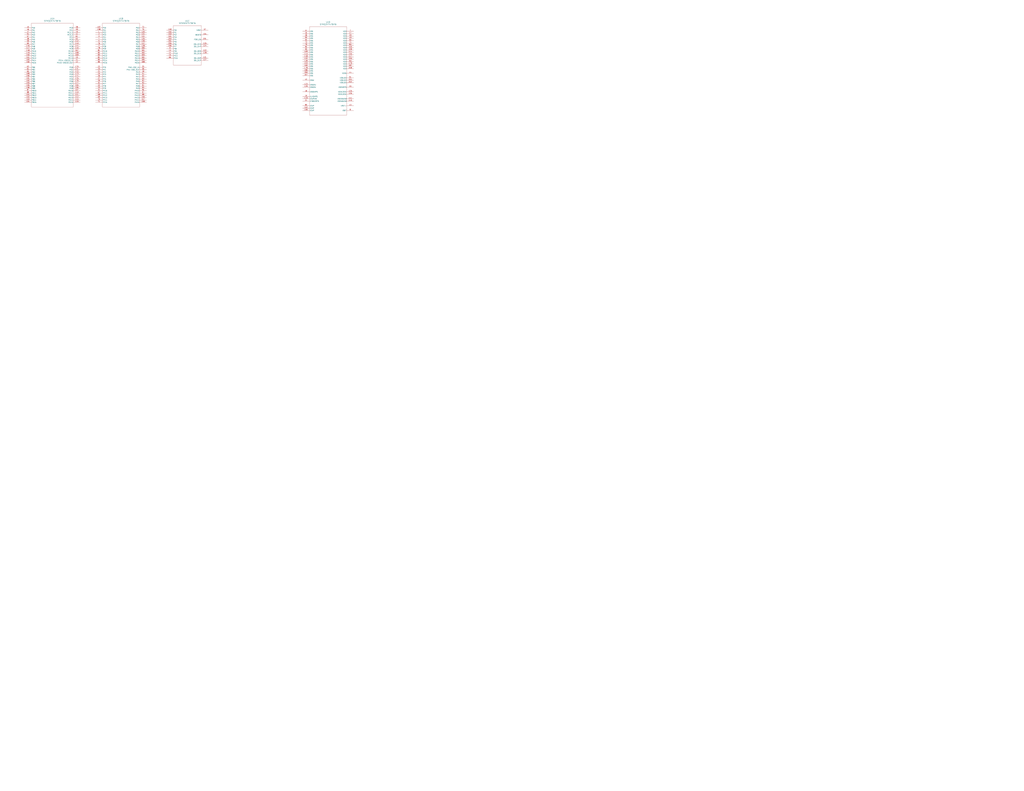
<source format=kicad_sch>
(kicad_sch (version 20250114) (generator "eeschema") (generator_version "9.0")
  (paper "E")
  (lib_symbols
    (symbol "STM32H747BIT6-LQFP208:STM32H747BIT6" (pin_names (offset 0.254))
      (property "Reference" "U" (at 30.48 10.16 0))
      (property "Value" "STM32H747BIT6" (at 30.48 7.62 0))
      (symbol "STM32H747BIT6_1_1"
        (polyline (pts (xy 7.62 5.08) (xy 7.62 -86.36)) (stroke (width 0.127)))
        (polyline (pts (xy 7.62 -86.36) (xy 53.34 -86.36)) (stroke (width 0.127)))
        (polyline (pts (xy 53.34 5.08) (xy 7.62 5.08)) (stroke (width 0.127)))
        (polyline (pts (xy 53.34 -86.36) (xy 53.34 5.08)) (stroke (width 0.127)))
        (pin bidirectional line (at 0 0 0) (length 7.62) (name "PA0") (number "45"))
        (pin bidirectional line (at 0 -2.54 0) (length 7.62) (name "PA1") (number "46"))
        (pin bidirectional line (at 0 -5.08 0) (length 7.62) (name "PA2") (number "47"))
        (pin bidirectional line (at 0 -7.62 0) (length 7.62) (name "PA3") (number "54"))
        (pin bidirectional line (at 0 -10.16 0) (length 7.62) (name "PA4") (number "57"))
        (pin bidirectional line (at 0 -12.7 0) (length 7.62) (name "PA5") (number "58"))
        (pin bidirectional line (at 0 -15.24 0) (length 7.62) (name "PA6") (number "59"))
        (pin bidirectional line (at 0 -17.78 0) (length 7.62) (name "PA7") (number "60"))
        (pin bidirectional line (at 0 -20.32 0) (length 7.62) (name "PA8") (number "146"))
        (pin bidirectional line (at 0 -22.86 0) (length 7.62) (name "PA9") (number "147"))
        (pin bidirectional line (at 0 -25.4 0) (length 7.62) (name "PA10") (number "148"))
        (pin bidirectional line (at 0 -27.94 0) (length 7.62) (name "PA11") (number "149"))
        (pin bidirectional line (at 0 -30.48 0) (length 7.62) (name "PA12") (number "150"))
        (pin bidirectional line (at 0 -33.02 0) (length 7.62) (name "PA13") (number "151"))
        (pin bidirectional line (at 0 -35.56 0) (length 7.62) (name "PA14") (number "165"))
        (pin bidirectional line (at 0 -38.1 0) (length 7.62) (name "PA15") (number "166"))
        (pin bidirectional line (at 0 -43.18 0) (length 7.62) (name "PB0") (number "63"))
        (pin bidirectional line (at 0 -45.72 0) (length 7.62) (name "PB1") (number "64"))
        (pin bidirectional line (at 0 -48.26 0) (length 7.62) (name "PB2") (number "65"))
        (pin bidirectional line (at 0 -50.8 0) (length 7.62) (name "PB3") (number "189"))
        (pin bidirectional line (at 0 -53.34 0) (length 7.62) (name "PB4") (number "190"))
        (pin bidirectional line (at 0 -55.88 0) (length 7.62) (name "PB5") (number "191"))
        (pin bidirectional line (at 0 -58.42 0) (length 7.62) (name "PB6") (number "192"))
        (pin bidirectional line (at 0 -60.96 0) (length 7.62) (name "PB7") (number "193"))
        (pin bidirectional line (at 0 -63.5 0) (length 7.62) (name "PB8") (number "195"))
        (pin bidirectional line (at 0 -66.04 0) (length 7.62) (name "PB9") (number "196"))
        (pin bidirectional line (at 0 -68.58 0) (length 7.62) (name "PB10") (number "87"))
        (pin bidirectional line (at 0 -71.12 0) (length 7.62) (name "PB11") (number "88"))
        (pin bidirectional line (at 0 -73.66 0) (length 7.62) (name "PB12") (number "101"))
        (pin bidirectional line (at 0 -76.2 0) (length 7.62) (name "PB13") (number "102"))
        (pin bidirectional line (at 0 -78.74 0) (length 7.62) (name "PB14") (number "103"))
        (pin bidirectional line (at 0 -81.28 0) (length 7.62) (name "PB15") (number "104"))
        (pin bidirectional line (at 60.96 0 180) (length 7.62) (name "PC0") (number "38"))
        (pin bidirectional line (at 60.96 -2.54 180) (length 7.62) (name "PC1") (number "39"))
        (pin bidirectional line (at 60.96 -5.08 180) (length 7.62) (name "PC2_C") (number "40"))
        (pin bidirectional line (at 60.96 -7.62 180) (length 7.62) (name "PC3_C") (number "41"))
        (pin bidirectional line (at 60.96 -10.16 180) (length 7.62) (name "PC4") (number "61"))
        (pin bidirectional line (at 60.96 -12.7 180) (length 7.62) (name "PC5") (number "62"))
        (pin bidirectional line (at 60.96 -15.24 180) (length 7.62) (name "PC6") (number "142"))
        (pin bidirectional line (at 60.96 -17.78 180) (length 7.62) (name "PC7") (number "143"))
        (pin bidirectional line (at 60.96 -20.32 180) (length 7.62) (name "PC8") (number "144"))
        (pin bidirectional line (at 60.96 -22.86 180) (length 7.62) (name "PC9") (number "145"))
        (pin bidirectional line (at 60.96 -25.4 180) (length 7.62) (name "PC10") (number "167"))
        (pin bidirectional line (at 60.96 -27.94 180) (length 7.62) (name "PC11") (number "168"))
        (pin bidirectional line (at 60.96 -30.48 180) (length 7.62) (name "PC12") (number "169"))
        (pin bidirectional line (at 60.96 -33.02 180) (length 7.62) (name "PC13") (number "10"))
        (pin bidirectional line (at 60.96 -35.56 180) (length 7.62) (name "PC14-OSC32_IN") (number "11"))
        (pin bidirectional line (at 60.96 -38.1 180) (length 7.62) (name "PC15-OSC32_OUT") (number "12"))
        (pin bidirectional line (at 60.96 -43.18 180) (length 7.62) (name "PD0") (number "170"))
        (pin bidirectional line (at 60.96 -45.72 180) (length 7.62) (name "PD1") (number "171"))
        (pin bidirectional line (at 60.96 -48.26 180) (length 7.62) (name "PD2") (number "172"))
        (pin bidirectional line (at 60.96 -50.8 180) (length 7.62) (name "PD3") (number "173"))
        (pin bidirectional line (at 60.96 -53.34 180) (length 7.62) (name "PD4") (number "174"))
        (pin bidirectional line (at 60.96 -55.88 180) (length 7.62) (name "PD5") (number "175"))
        (pin bidirectional line (at 60.96 -58.42 180) (length 7.62) (name "PD6") (number "176"))
        (pin bidirectional line (at 60.96 -60.96 180) (length 7.62) (name "PD7") (number "177"))
        (pin bidirectional line (at 60.96 -63.5 180) (length 7.62) (name "PD8") (number "105"))
        (pin bidirectional line (at 60.96 -66.04 180) (length 7.62) (name "PD9") (number "106"))
        (pin bidirectional line (at 60.96 -68.58 180) (length 7.62) (name "PD10") (number "107"))
        (pin bidirectional line (at 60.96 -71.12 180) (length 7.62) (name "PD11") (number "110"))
        (pin bidirectional line (at 60.96 -73.66 180) (length 7.62) (name "PD12") (number "111"))
        (pin bidirectional line (at 60.96 -76.2 180) (length 7.62) (name "PD13") (number "112"))
        (pin bidirectional line (at 60.96 -78.74 180) (length 7.62) (name "PD14") (number "115"))
        (pin bidirectional line (at 60.96 -81.28 180) (length 7.62) (name "PD15") (number "116"))
      )
      (symbol "STM32H747BIT6_2_1"
        (polyline (pts (xy 7.62 5.08) (xy 7.62 -86.36)) (stroke (width 0.127)))
        (polyline (pts (xy 7.62 -86.36) (xy 48.26 -86.36)) (stroke (width 0.127)))
        (polyline (pts (xy 48.26 5.08) (xy 7.62 5.08)) (stroke (width 0.127)))
        (polyline (pts (xy 48.26 -86.36) (xy 48.26 5.08)) (stroke (width 0.127)))
        (pin bidirectional line (at 0 0 0) (length 7.62) (name "PE0") (number "197"))
        (pin bidirectional line (at 0 -2.54 0) (length 7.62) (name "PE1") (number "198"))
        (pin bidirectional line (at 0 -5.08 0) (length 7.62) (name "PE2") (number "1"))
        (pin bidirectional line (at 0 -7.62 0) (length 7.62) (name "PE3") (number "2"))
        (pin bidirectional line (at 0 -10.16 0) (length 7.62) (name "PE4") (number "3"))
        (pin bidirectional line (at 0 -12.7 0) (length 7.62) (name "PE5") (number "4"))
        (pin bidirectional line (at 0 -15.24 0) (length 7.62) (name "PE6") (number "5"))
        (pin bidirectional line (at 0 -17.78 0) (length 7.62) (name "PE7") (number "76"))
        (pin bidirectional line (at 0 -20.32 0) (length 7.62) (name "PE8") (number "77"))
        (pin bidirectional line (at 0 -22.86 0) (length 7.62) (name "PE9") (number "78"))
        (pin bidirectional line (at 0 -25.4 0) (length 7.62) (name "PE10") (number "81"))
        (pin bidirectional line (at 0 -27.94 0) (length 7.62) (name "PE11") (number "82"))
        (pin bidirectional line (at 0 -30.48 0) (length 7.62) (name "PE12") (number "83"))
        (pin bidirectional line (at 0 -33.02 0) (length 7.62) (name "PE13") (number "84"))
        (pin bidirectional line (at 0 -35.56 0) (length 7.62) (name "PE14") (number "85"))
        (pin bidirectional line (at 0 -38.1 0) (length 7.62) (name "PE15") (number "86"))
        (pin bidirectional line (at 0 -43.18 0) (length 7.62) (name "PF0") (number "22"))
        (pin bidirectional line (at 0 -45.72 0) (length 7.62) (name "PF1") (number "23"))
        (pin bidirectional line (at 0 -48.26 0) (length 7.62) (name "PF2") (number "24"))
        (pin bidirectional line (at 0 -50.8 0) (length 7.62) (name "PF3") (number "25"))
        (pin bidirectional line (at 0 -53.34 0) (length 7.62) (name "PF4") (number "26"))
        (pin bidirectional line (at 0 -55.88 0) (length 7.62) (name "PF5") (number "27"))
        (pin bidirectional line (at 0 -58.42 0) (length 7.62) (name "PF6") (number "30"))
        (pin bidirectional line (at 0 -60.96 0) (length 7.62) (name "PF7") (number "31"))
        (pin bidirectional line (at 0 -63.5 0) (length 7.62) (name "PF8") (number "32"))
        (pin bidirectional line (at 0 -66.04 0) (length 7.62) (name "PF9") (number "33"))
        (pin bidirectional line (at 0 -68.58 0) (length 7.62) (name "PF10") (number "34"))
        (pin bidirectional line (at 0 -71.12 0) (length 7.62) (name "PF11") (number "67"))
        (pin bidirectional line (at 0 -73.66 0) (length 7.62) (name "PF12") (number "68"))
        (pin bidirectional line (at 0 -76.2 0) (length 7.62) (name "PF13") (number "69"))
        (pin bidirectional line (at 0 -78.74 0) (length 7.62) (name "PF14") (number "70"))
        (pin bidirectional line (at 0 -81.28 0) (length 7.62) (name "PF15") (number "71"))
        (pin bidirectional line (at 55.88 0 180) (length 7.62) (name "PG0") (number "72"))
        (pin bidirectional line (at 55.88 -2.54 180) (length 7.62) (name "PG1") (number "75"))
        (pin bidirectional line (at 55.88 -5.08 180) (length 7.62) (name "PG2") (number "130"))
        (pin bidirectional line (at 55.88 -7.62 180) (length 7.62) (name "PG3") (number "131"))
        (pin bidirectional line (at 55.88 -10.16 180) (length 7.62) (name "PG4") (number "134"))
        (pin bidirectional line (at 55.88 -12.7 180) (length 7.62) (name "PG5") (number "135"))
        (pin bidirectional line (at 55.88 -15.24 180) (length 7.62) (name "PG6") (number "136"))
        (pin bidirectional line (at 55.88 -17.78 180) (length 7.62) (name "PG7") (number "137"))
        (pin bidirectional line (at 55.88 -20.32 180) (length 7.62) (name "PG8") (number "138"))
        (pin bidirectional line (at 55.88 -22.86 180) (length 7.62) (name "PG9") (number "180"))
        (pin bidirectional line (at 55.88 -25.4 180) (length 7.62) (name "PG10") (number "181"))
        (pin bidirectional line (at 55.88 -27.94 180) (length 7.62) (name "PG11") (number "182"))
        (pin bidirectional line (at 55.88 -30.48 180) (length 7.62) (name "PG12") (number "183"))
        (pin bidirectional line (at 55.88 -33.02 180) (length 7.62) (name "PG13") (number "184"))
        (pin bidirectional line (at 55.88 -35.56 180) (length 7.62) (name "PG14") (number "185"))
        (pin bidirectional line (at 55.88 -38.1 180) (length 7.62) (name "PG15") (number "188"))
        (pin bidirectional line (at 55.88 -43.18 180) (length 7.62) (name "PH0-OSC_IN") (number "35"))
        (pin bidirectional line (at 55.88 -45.72 180) (length 7.62) (name "PH1-OSC_OUT") (number "36"))
        (pin bidirectional line (at 55.88 -48.26 180) (length 7.62) (name "PH2") (number "48"))
        (pin bidirectional line (at 55.88 -50.8 180) (length 7.62) (name "PH3") (number "51"))
        (pin bidirectional line (at 55.88 -53.34 180) (length 7.62) (name "PH4") (number "52"))
        (pin bidirectional line (at 55.88 -55.88 180) (length 7.62) (name "PH5") (number "53"))
        (pin bidirectional line (at 55.88 -58.42 180) (length 7.62) (name "PH6") (number "92"))
        (pin bidirectional line (at 55.88 -60.96 180) (length 7.62) (name "PH7") (number "93"))
        (pin bidirectional line (at 55.88 -63.5 180) (length 7.62) (name "PH8") (number "94"))
        (pin bidirectional line (at 55.88 -66.04 180) (length 7.62) (name "PH9") (number "95"))
        (pin bidirectional line (at 55.88 -68.58 180) (length 7.62) (name "PH10") (number "96"))
        (pin bidirectional line (at 55.88 -71.12 180) (length 7.62) (name "PH11") (number "97"))
        (pin bidirectional line (at 55.88 -73.66 180) (length 7.62) (name "PH12") (number "98"))
        (pin bidirectional line (at 55.88 -76.2 180) (length 7.62) (name "PH13") (number "156"))
        (pin bidirectional line (at 55.88 -78.74 180) (length 7.62) (name "PH14") (number "157"))
        (pin bidirectional line (at 55.88 -81.28 180) (length 7.62) (name "PH15") (number "158"))
      )
      (symbol "STM32H747BIT6_3_1"
        (polyline (pts (xy 7.62 5.08) (xy 7.62 -38.1)) (stroke (width 0.127)))
        (polyline (pts (xy 7.62 -38.1) (xy 38.1 -38.1)) (stroke (width 0.127)))
        (polyline (pts (xy 38.1 5.08) (xy 7.62 5.08)) (stroke (width 0.127)))
        (polyline (pts (xy 38.1 -38.1) (xy 38.1 5.08)) (stroke (width 0.127)))
        (pin bidirectional line (at 0 0 0) (length 7.62) (name "PI0") (number "159"))
        (pin bidirectional line (at 0 -2.54 0) (length 7.62) (name "PI1") (number "162"))
        (pin bidirectional line (at 0 -5.08 0) (length 7.62) (name "PI2") (number "163"))
        (pin bidirectional line (at 0 -7.62 0) (length 7.62) (name "PI3") (number "164"))
        (pin bidirectional line (at 0 -10.16 0) (length 7.62) (name "PI4") (number "203"))
        (pin bidirectional line (at 0 -12.7 0) (length 7.62) (name "PI5") (number "204"))
        (pin bidirectional line (at 0 -15.24 0) (length 7.62) (name "PI6") (number "205"))
        (pin bidirectional line (at 0 -17.78 0) (length 7.62) (name "PI7") (number "206"))
        (pin bidirectional line (at 0 -20.32 0) (length 7.62) (name "PI8") (number "9"))
        (pin bidirectional line (at 0 -22.86 0) (length 7.62) (name "PI9") (number "13"))
        (pin bidirectional line (at 0 -25.4 0) (length 7.62) (name "PI10") (number "14"))
        (pin bidirectional line (at 0 -27.94 0) (length 7.62) (name "PI11") (number "15"))
        (pin bidirectional line (at 0 -30.48 0) (length 7.62) (name "PI15") (number "66"))
        (pin bidirectional line (at 45.72 0 180) (length 7.62) (name "NRST") (number "37"))
        (pin input line (at 45.72 -5.08 180) (length 7.62) (name "BOOT0") (number "194"))
        (pin bidirectional line (at 45.72 -10.16 180) (length 7.62) (name "PDR_ON") (number "201"))
        (pin bidirectional line (at 45.72 -15.24 180) (length 7.62) (name "DSI_CKN") (number "125"))
        (pin bidirectional line (at 45.72 -17.78 180) (length 7.62) (name "DSI_CKP") (number "124"))
        (pin bidirectional line (at 45.72 -22.86 180) (length 7.62) (name "DSI_D0N") (number "122"))
        (pin bidirectional line (at 45.72 -25.4 180) (length 7.62) (name "DSI_D1N") (number "128"))
        (pin bidirectional line (at 45.72 -30.48 180) (length 7.62) (name "DSI_D0P") (number "121"))
        (pin bidirectional line (at 45.72 -33.02 180) (length 7.62) (name "DSI_D1P") (number "127"))
      )
      (symbol "STM32H747BIT6_4_1"
        (polyline (pts (xy 7.62 5.08) (xy 7.62 -91.44)) (stroke (width 0.127)))
        (polyline (pts (xy 7.62 -91.44) (xy 48.26 -91.44)) (stroke (width 0.127)))
        (polyline (pts (xy 48.26 5.08) (xy 7.62 5.08)) (stroke (width 0.127)))
        (polyline (pts (xy 48.26 -91.44) (xy 48.26 5.08)) (stroke (width 0.127)))
        (pin power_in line (at 0 0 0) (length 7.62) (name "VSS") (number "6"))
        (pin power_in line (at 0 -2.54 0) (length 7.62) (name "VSS") (number "16"))
        (pin power_in line (at 0 -5.08 0) (length 7.62) (name "VSS") (number "28"))
        (pin power_in line (at 0 -7.62 0) (length 7.62) (name "VSS") (number "50"))
        (pin power_in line (at 0 -10.16 0) (length 7.62) (name "VSS") (number "55"))
        (pin power_in line (at 0 -12.7 0) (length 7.62) (name "VSS") (number "73"))
        (pin power_in line (at 0 -15.24 0) (length 7.62) (name "VSS") (number "79"))
        (pin power_in line (at 0 -17.78 0) (length 7.62) (name "VSS") (number "90"))
        (pin power_in line (at 0 -20.32 0) (length 7.62) (name "VSS") (number "99"))
        (pin power_in line (at 0 -22.86 0) (length 7.62) (name "VSS") (number "109"))
        (pin power_in line (at 0 -25.4 0) (length 7.62) (name "VSS") (number "113"))
        (pin power_in line (at 0 -27.94 0) (length 7.62) (name "VSS") (number "118"))
        (pin power_in line (at 0 -30.48 0) (length 7.62) (name "VSS") (number "132"))
        (pin power_in line (at 0 -33.02 0) (length 7.62) (name "VSS") (number "139"))
        (pin power_in line (at 0 -35.56 0) (length 7.62) (name "VSS") (number "153"))
        (pin power_in line (at 0 -38.1 0) (length 7.62) (name "VSS") (number "160"))
        (pin power_in line (at 0 -40.64 0) (length 7.62) (name "VSS") (number "178"))
        (pin power_in line (at 0 -43.18 0) (length 7.62) (name "VSS") (number "186"))
        (pin power_in line (at 0 -45.72 0) (length 7.62) (name "VSS") (number "200"))
        (pin power_in line (at 0 -48.26 0) (length 7.62) (name "VSS") (number "207"))
        (pin power_in line (at 0 -53.34 0) (length 7.62) (name "VSSA") (number "42"))
        (pin power_in line (at 0 -58.42 0) (length 7.62) (name "VSSDSI") (number "123"))
        (pin power_in line (at 0 -60.96 0) (length 7.62) (name "VSSDSI") (number "129"))
        (pin power_in line (at 0 -66.04 0) (length 7.62) (name "VSSSMPS") (number "18"))
        (pin power_in line (at 0 -71.12 0) (length 7.62) (name "VLXSMPS") (number "19"))
        (pin power_in line (at 0 -73.66 0) (length 7.62) (name "VCAPDSI") (number "119"))
        (pin power_in line (at 0 -76.2 0) (length 7.62) (name "VFBSDMPS") (number "21"))
        (pin power_in line (at 0 -81.28 0) (length 7.62) (name "VCAP") (number "89"))
        (pin power_in line (at 0 -83.82 0) (length 7.62) (name "VCAP") (number "152"))
        (pin power_in line (at 0 -86.36 0) (length 7.62) (name "VCAP") (number "199"))
        (pin power_in line (at 55.88 0 180) (length 7.62) (name "VDD") (number "7"))
        (pin power_in line (at 55.88 -2.54 180) (length 7.62) (name "VDD") (number "17"))
        (pin power_in line (at 55.88 -5.08 180) (length 7.62) (name "VDD") (number "29"))
        (pin power_in line (at 55.88 -7.62 180) (length 7.62) (name "VDD") (number "49"))
        (pin power_in line (at 55.88 -10.16 180) (length 7.62) (name "VDD") (number "56"))
        (pin power_in line (at 55.88 -12.7 180) (length 7.62) (name "VDD") (number "74"))
        (pin power_in line (at 55.88 -15.24 180) (length 7.62) (name "VDD") (number "80"))
        (pin power_in line (at 55.88 -17.78 180) (length 7.62) (name "VDD") (number "100"))
        (pin power_in line (at 55.88 -20.32 180) (length 7.62) (name "VDD") (number "108"))
        (pin power_in line (at 55.88 -22.86 180) (length 7.62) (name "VDD") (number "114"))
        (pin power_in line (at 55.88 -25.4 180) (length 7.62) (name "VDD") (number "133"))
        (pin power_in line (at 55.88 -27.94 180) (length 7.62) (name "VDD") (number "117"))
        (pin power_in line (at 55.88 -30.48 180) (length 7.62) (name "VDD") (number "155"))
        (pin power_in line (at 55.88 -33.02 180) (length 7.62) (name "VDD") (number "161"))
        (pin power_in line (at 55.88 -35.56 180) (length 7.62) (name "VDD") (number "179"))
        (pin power_in line (at 55.88 -38.1 180) (length 7.62) (name "VDD") (number "187"))
        (pin power_in line (at 55.88 -40.64 180) (length 7.62) (name "VDD") (number "208"))
        (pin power_in line (at 55.88 -45.72 180) (length 7.62) (name "VDDA") (number "44"))
        (pin power_in line (at 55.88 -50.8 180) (length 7.62) (name "VDDLDO") (number "91"))
        (pin power_in line (at 55.88 -53.34 180) (length 7.62) (name "VDDLDO") (number "154"))
        (pin power_in line (at 55.88 -55.88 180) (length 7.62) (name "VDDLDO") (number "202"))
        (pin power_in line (at 55.88 -60.96 180) (length 7.62) (name "VDDSMPS") (number "20"))
        (pin power_in line (at 55.88 -66.04 180) (length 7.62) (name "VDD12DSI") (number "120"))
        (pin power_in line (at 55.88 -68.58 180) (length 7.62) (name "VDD12DSI") (number "126"))
        (pin power_in line (at 55.88 -73.66 180) (length 7.62) (name "VDD33USB") (number "141"))
        (pin power_in line (at 55.88 -76.2 180) (length 7.62) (name "VDD50USB") (number "140"))
        (pin power_in line (at 55.88 -81.28 180) (length 7.62) (name "VREF+") (number "43"))
        (pin power_in line (at 55.88 -86.36 180) (length 7.62) (name "VBAT") (number "8"))
      )
    )
  )
  (symbol (lib_id "STM32H747BIT6-LQFP208:STM32H747BIT6") (at 181.61 33.02 0) (unit 3)
    (property "Reference" "U1" (at 204.47 22.86 0) (effects (font (size 1.524 1.524))))
    (property "Value" "STM32H747BIT6" (at 204.47 25.4 0) (effects (font (size 1.524 1.524))))
    (property "Footprint" "Lib:STM32H747BIT6-LQFP-208" (effects (hide yes)))
    (property "Datasheet" "https://www.st.com/resource/en/datasheet/stm32h747ag.pdf" (effects (hide yes)))
  )
  (symbol (lib_id "STM32H747BIT6-LQFP208:STM32H747BIT6") (at 104.14 30.48 0) (unit 2)
    (property "Reference" "U1" (at 132.08 20.32 0) (effects (font (size 1.524 1.524))))
    (property "Value" "STM32H747BIT6" (at 132.08 22.86 0) (effects (font (size 1.524 1.524))))
    (property "Footprint" "Lib:STM32H747BIT6-LQFP-208" (effects (hide yes)))
    (property "Datasheet" "https://www.st.com/resource/en/datasheet/stm32h747ag.pdf" (effects (hide yes)))
  )
  (symbol (lib_id "STM32H747BIT6-LQFP208:STM32H747BIT6") (at 330.2 34.29 0) (unit 4)
    (property "Reference" "U1" (at 358.14 24.13 0) (effects (font (size 1.524 1.524))))
    (property "Value" "STM32H747BIT6" (at 358.14 26.67 0) (effects (font (size 1.524 1.524))))
    (property "Footprint" "Lib:STM32H747BIT6-LQFP-208" (effects (hide yes)))
    (property "Datasheet" "https://www.st.com/resource/en/datasheet/stm32h747ag.pdf" (effects (hide yes)))
  )
  (symbol (lib_id "STM32H747BIT6-LQFP208:STM32H747BIT6") (at 26.67 30.48 0) (unit 1)
    (property "Reference" "U1" (at 57.15 20.32 0) (effects (font (size 1.524 1.524))))
    (property "Value" "STM32H747BIT6" (at 57.15 22.86 0) (effects (font (size 1.524 1.524))))
    (property "Footprint" "Lib:STM32H747BIT6-LQFP-208" (effects (hide yes)))
    (property "Datasheet" "https://www.st.com/resource/en/datasheet/stm32h747ag.pdf" (effects (hide yes)))
  )
)
</source>
